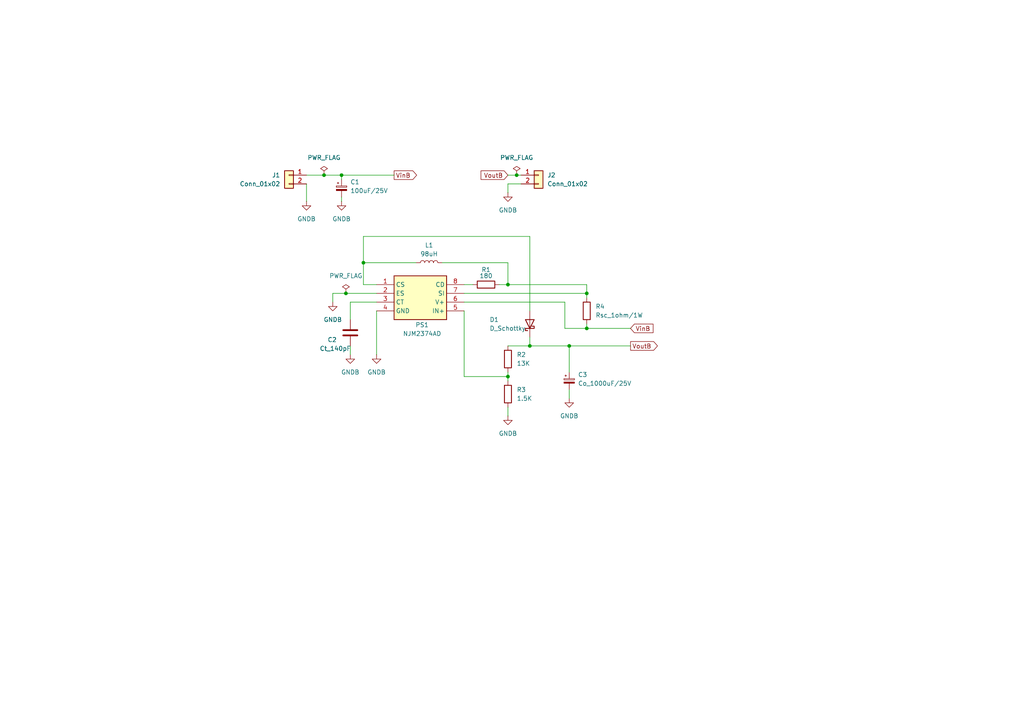
<source format=kicad_sch>
(kicad_sch (version 20231120) (generator "eeschema") (generator_version "8.0")
  (paper "A4")
  (lib_symbols
    (symbol "Connector_Generic:Conn_01x02" (pin_names (offset 1.016) hide)
      (property "Reference" "J" (at 0 2.54 0))
      (property "Value" "Conn_01x02" (at 0 -5.08 0))
      (symbol "Conn_01x02_1_1"
        (rectangle (start -1.27 -2.413) (end 0 -2.667) (stroke (width 0.1524)))
        (rectangle (start -1.27 0.127) (end 0 -0.127) (stroke (width 0.1524)))
        (rectangle (start -1.27 1.27) (end 1.27 -3.81) (stroke (width 0.254)) (fill (type background)))
        (pin passive line (at -5.08 0 0) (length 3.81) (name "Pin_1") (number "1"))
        (pin passive line (at -5.08 -2.54 0) (length 3.81) (name "Pin_2") (number "2"))
      )
    )
    (symbol "Device:C" (pin_numbers hide) (pin_names (offset 0.254))
      (property "Reference" "C" (at 0.635 2.54 0))
      (property "Value" "C" (at 0.635 -2.54 0))
      (symbol "C_0_1"
        (polyline (pts (xy -2.032 -0.762) (xy 2.032 -0.762)) (stroke (width 0.508)))
        (polyline (pts (xy -2.032 0.762) (xy 2.032 0.762)) (stroke (width 0.508)))
      )
      (symbol "C_1_1"
        (pin passive line (at 0 3.81 270) (length 2.794) (name "~") (number "1"))
        (pin passive line (at 0 -3.81 90) (length 2.794) (name "~") (number "2"))
      )
    )
    (symbol "Device:C_Polarized_Small" (pin_numbers hide) (pin_names (offset 0.254) hide)
      (property "Reference" "C" (at 0.254 1.778 0))
      (property "Value" "C_Polarized_Small" (at 0.254 -2.032 0))
      (symbol "C_Polarized_Small_0_1"
        (rectangle (start -1.524 -0.3048) (end 1.524 -0.6858) (fill (type outline)))
        (rectangle (start -1.524 0.6858) (end 1.524 0.3048))
        (polyline (pts (xy -1.27 1.524) (xy -0.762 1.524)))
        (polyline (pts (xy -1.016 1.27) (xy -1.016 1.778)))
      )
      (symbol "C_Polarized_Small_1_1"
        (pin passive line (at 0 2.54 270) (length 1.8542) (name "~") (number "1"))
        (pin passive line (at 0 -2.54 90) (length 1.8542) (name "~") (number "2"))
      )
    )
    (symbol "Device:D_Schottky" (pin_numbers hide) (pin_names (offset 1.016) hide)
      (property "Reference" "D" (at 0 2.54 0))
      (property "Value" "D_Schottky" (at 0 -2.54 0))
      (symbol "D_Schottky_0_1"
        (polyline (pts (xy 1.27 0) (xy -1.27 0)))
        (polyline (pts (xy 1.27 1.27) (xy 1.27 -1.27) (xy -1.27 0) (xy 1.27 1.27)) (stroke (width 0.254)))
        (polyline (pts (xy -1.905 0.635) (xy -1.905 1.27) (xy -1.27 1.27) (xy -1.27 -1.27) (xy -0.635 -1.27) (xy -0.635 -0.635)) (stroke (width 0.254)))
      )
      (symbol "D_Schottky_1_1"
        (pin passive line (at -3.81 0 0) (length 2.54) (name "K") (number "1"))
        (pin passive line (at 3.81 0 180) (length 2.54) (name "A") (number "2"))
      )
    )
    (symbol "Device:L" (pin_numbers hide) (pin_names (offset 1.016) hide)
      (property "Reference" "L" (at -1.27 0 90))
      (property "Value" "L" (at 1.905 0 90))
      (symbol "L_0_1"
        (arc (start 0 -2.54) (mid 0.6323 -1.905) (end 0 -1.27))
        (arc (start 0 -1.27) (mid 0.6323 -0.635) (end 0 0))
        (arc (start 0 0) (mid 0.6323 0.635) (end 0 1.27))
        (arc (start 0 1.27) (mid 0.6323 1.905) (end 0 2.54))
      )
      (symbol "L_1_1"
        (pin passive line (at 0 3.81 270) (length 1.27) (name "1") (number "1"))
        (pin passive line (at 0 -3.81 90) (length 1.27) (name "2") (number "2"))
      )
    )
    (symbol "Device:R" (pin_numbers hide) (pin_names (offset 0))
      (property "Reference" "R" (at 2.032 0 90))
      (property "Value" "R" (at 0 0 90))
      (symbol "R_0_1"
        (rectangle (start -1.016 -2.54) (end 1.016 2.54) (stroke (width 0.254)))
      )
      (symbol "R_1_1"
        (pin passive line (at 0 3.81 270) (length 1.27) (name "~") (number "1"))
        (pin passive line (at 0 -3.81 90) (length 1.27) (name "~") (number "2"))
      )
    )
    (symbol "SamacSys_Parts:NJM2374AD"
      (property "Reference" "PS" (at 21.59 7.62 0))
      (property "Value" "NJM2374AD" (at 21.59 5.08 0))
      (symbol "NJM2374AD_1_1"
        (rectangle (start 5.08 2.54) (end 20.32 -10.16) (stroke (width 0.254)) (fill (type background)))
        (pin passive line (at 0 0 0) (length 5.08) (name "CS") (number "1"))
        (pin passive line (at 0 -2.54 0) (length 5.08) (name "ES") (number "2"))
        (pin passive line (at 0 -5.08 0) (length 5.08) (name "CT") (number "3"))
        (pin power_in line (at 0 -7.62 0) (length 5.08) (name "GND") (number "4"))
        (pin passive line (at 25.4 -7.62 180) (length 5.08) (name "IN+") (number "5"))
        (pin power_in line (at 25.4 -5.08 180) (length 5.08) (name "V+") (number "6"))
        (pin passive line (at 25.4 -2.54 180) (length 5.08) (name "SI") (number "7"))
        (pin passive line (at 25.4 0 180) (length 5.08) (name "CD") (number "8"))
      )
    )
    (symbol "power:GND" (power) (pin_numbers hide) (pin_names (offset 0) hide)
      (property "Value" "GND" (at 0 -3.81 0))
      (symbol "GND_0_1"
        (polyline (pts (xy 0 0) (xy 0 -1.27) (xy 1.27 -1.27) (xy 0 -2.54) (xy -1.27 -1.27) (xy 0 -1.27)))
      )
      (symbol "GND_1_1"
        (pin power_in line (at 0 0 270) (length 0) (name "~") (number "1"))
      )
    )
    (symbol "power:PWR_FLAG" (power) (pin_numbers hide) (pin_names (offset 0) hide)
      (property "Value" "PWR_FLAG" (at 0 3.81 0))
      (symbol "PWR_FLAG_0_0"
        (pin power_out line (at 0 0 90) (length 0) (name "~") (number "1"))
      )
      (symbol "PWR_FLAG_0_1"
        (polyline (pts (xy 0 0) (xy 0 1.27) (xy -1.016 1.905) (xy 0 2.54) (xy 1.016 1.905) (xy 0 1.27)))
      )
    )
  )
  (junction (at 165.1 100.33))
  (junction (at 170.18 95.25))
  (junction (at 153.67 100.33))
  (junction (at 105.41 76.2))
  (junction (at 170.18 85.09))
  (junction (at 147.32 82.55))
  (junction (at 149.86 50.8))
  (junction (at 93.98 50.8))
  (junction (at 147.32 109.22))
  (junction (at 99.06 50.8))
  (junction (at 100.33 85.09))
  (wire (pts (xy 151.13 53.34) (xy 147.32 53.34)))
  (wire (pts (xy 147.32 118.11) (xy 147.32 120.65)))
  (wire (pts (xy 153.67 90.17) (xy 153.67 68.58)))
  (wire (pts (xy 147.32 109.22) (xy 147.32 110.49)))
  (wire (pts (xy 170.18 95.25) (xy 182.88 95.25)))
  (wire (pts (xy 144.78 82.55) (xy 147.32 82.55)))
  (wire (pts (xy 101.6 100.33) (xy 101.6 102.87)))
  (wire (pts (xy 134.62 109.22) (xy 147.32 109.22)))
  (wire (pts (xy 101.6 87.63) (xy 101.6 92.71)))
  (wire (pts (xy 105.41 82.55) (xy 109.22 82.55)))
  (wire (pts (xy 163.83 87.63) (xy 163.83 95.25)))
  (wire (pts (xy 88.9 50.8) (xy 93.98 50.8)))
  (wire (pts (xy 149.86 50.8) (xy 151.13 50.8)))
  (wire (pts (xy 134.62 87.63) (xy 163.83 87.63)))
  (wire (pts (xy 147.32 53.34) (xy 147.32 55.88)))
  (wire (pts (xy 109.22 85.09) (xy 100.33 85.09)))
  (wire (pts (xy 170.18 85.09) (xy 134.62 85.09)))
  (wire (pts (xy 153.67 97.79) (xy 153.67 100.33)))
  (wire (pts (xy 170.18 86.36) (xy 170.18 85.09)))
  (wire (pts (xy 88.9 53.34) (xy 88.9 58.42)))
  (wire (pts (xy 147.32 100.33) (xy 153.67 100.33)))
  (wire (pts (xy 93.98 50.8) (xy 99.06 50.8)))
  (wire (pts (xy 109.22 87.63) (xy 101.6 87.63)))
  (wire (pts (xy 137.16 82.55) (xy 134.62 82.55)))
  (wire (pts (xy 105.41 68.58) (xy 105.41 76.2)))
  (wire (pts (xy 147.32 50.8) (xy 149.86 50.8)))
  (wire (pts (xy 134.62 109.22) (xy 134.62 90.17)))
  (wire (pts (xy 147.32 107.95) (xy 147.32 109.22)))
  (wire (pts (xy 170.18 93.98) (xy 170.18 95.25)))
  (wire (pts (xy 128.27 76.2) (xy 147.32 76.2)))
  (wire (pts (xy 153.67 68.58) (xy 105.41 68.58)))
  (wire (pts (xy 170.18 82.55) (xy 147.32 82.55)))
  (wire (pts (xy 105.41 76.2) (xy 105.41 82.55)))
  (wire (pts (xy 100.33 85.09) (xy 96.52 85.09)))
  (wire (pts (xy 120.65 76.2) (xy 105.41 76.2)))
  (wire (pts (xy 165.1 100.33) (xy 165.1 107.95)))
  (wire (pts (xy 99.06 52.07) (xy 99.06 50.8)))
  (wire (pts (xy 109.22 90.17) (xy 109.22 102.87)))
  (wire (pts (xy 165.1 113.03) (xy 165.1 115.57)))
  (wire (pts (xy 153.67 100.33) (xy 165.1 100.33)))
  (wire (pts (xy 96.52 85.09) (xy 96.52 87.63)))
  (wire (pts (xy 165.1 100.33) (xy 182.88 100.33)))
  (wire (pts (xy 147.32 82.55) (xy 147.32 76.2)))
  (wire (pts (xy 170.18 85.09) (xy 170.18 82.55)))
  (wire (pts (xy 99.06 50.8) (xy 114.3 50.8)))
  (wire (pts (xy 163.83 95.25) (xy 170.18 95.25)))
  (wire (pts (xy 99.06 57.15) (xy 99.06 58.42)))
  (global_label "VoutB" (shape output) (at 182.88 100.33 0) (property "Intersheetrefs" "${INTERSHEET_REFS}" (effects (hide yes))))
  (global_label "VoutB" (shape input) (at 147.32 50.8 180) (property "Intersheetrefs" "${INTERSHEET_REFS}" (effects (hide yes))))
  (global_label "VinB" (shape input) (at 182.88 95.25 0) (property "Intersheetrefs" "${INTERSHEET_REFS}" (effects (hide yes))))
  (global_label "VinB" (shape output) (at 114.3 50.8 0) (property "Intersheetrefs" "${INTERSHEET_REFS}" (effects (hide yes))))
  (symbol (lib_id "power:GND") (at 147.32 55.88 0) (unit 1)
    (property "Reference" "#PWR06" (effects (hide yes)))
    (property "Value" "GNDB" (at 147.32 60.96 0))
    (property "Description" "Power symbol creates a global label with name \"GND\" , ground" (effects (hide yes)))
  )
  (symbol (lib_id "power:GND") (at 99.06 58.42 0) (unit 1)
    (property "Reference" "#PWR03" (effects (hide yes)))
    (property "Value" "GNDB" (at 99.06 63.5 0))
    (property "Description" "Power symbol creates a global label with name \"GND\" , ground" (effects (hide yes)))
  )
  (symbol (lib_id "Device:L") (at 124.46 76.2 90) (unit 1)
    (property "Reference" "L1" (at 124.46 71.12 90))
    (property "Value" "98uH" (at 124.46 73.66 90))
    (property "Footprint" "Inductor_THT:L_Radial_D9.5mm_P5.00mm_Fastron_07HVP" (effects (hide yes)))
    (property "Description" "Inductor" (effects (hide yes)))
  )
  (symbol (lib_id "power:GND") (at 109.22 102.87 0) (unit 1)
    (property "Reference" "#PWR05" (effects (hide yes)))
    (property "Value" "GNDB" (at 109.22 107.95 0))
    (property "Description" "Power symbol creates a global label with name \"GND\" , ground" (effects (hide yes)))
  )
  (symbol (lib_id "power:PWR_FLAG") (at 93.98 50.8 0) (unit 1)
    (property "Reference" "#FLG01" (effects (hide yes)))
    (property "Value" "PWR_FLAG" (at 93.98 45.72 0))
    (property "Description" "Special symbol for telling ERC where power comes from" (effects (hide yes)))
  )
  (symbol (lib_id "power:GND") (at 165.1 115.57 0) (unit 1)
    (property "Reference" "#PWR08" (effects (hide yes)))
    (property "Value" "GNDB" (at 165.1 120.65 0))
    (property "Description" "Power symbol creates a global label with name \"GND\" , ground" (effects (hide yes)))
  )
  (symbol (lib_id "power:GND") (at 96.52 87.63 0) (unit 1)
    (property "Reference" "#PWR02" (effects (hide yes)))
    (property "Value" "GNDB" (at 96.52 92.71 0))
    (property "Description" "Power symbol creates a global label with name \"GND\" , ground" (effects (hide yes)))
  )
  (symbol (lib_id "power:GND") (at 101.6 102.87 0) (unit 1)
    (property "Reference" "#PWR04" (effects (hide yes)))
    (property "Value" "GNDB" (at 101.6 107.95 0))
    (property "Description" "Power symbol creates a global label with name \"GND\" , ground" (effects (hide yes)))
  )
  (symbol (lib_id "SamacSys_Parts:NJM2374AD") (at 109.22 82.55 0) (unit 1)
    (property "Reference" "PS1" (at 122.428 94.234 0))
    (property "Value" "NJM2374AD" (at 122.428 96.774 0))
    (property "Footprint" "Package_DIP:DIP-8_W7.62mm_LongPads" (effects (hide yes)))
    (property "Datasheet" "https://componentsearchengine.com/Datasheets/1/NJM2374AD.pdf" (effects (hide yes)))
    (property "Description" "Switching Voltage Regulators PWM DC/DC" (effects (hide yes)))
    (property "Height" "4.25" (effects (hide yes)))
    (property "Manufacturer_Name" "New Japan Radio" (effects (hide yes)))
    (property "Manufacturer_Part_Number" "NJM2374AD" (effects (hide yes)))
    (property "Mouser Part Number" "513-NJM2374AD" (effects (hide yes)))
    (property "Mouser Price/Stock" "https://www.mouser.com/Search/Refine.aspx?Keyword=513-NJM2374AD" (effects (hide yes)))
  )
  (symbol (lib_id "Device:R") (at 147.32 104.14 0) (unit 1)
    (property "Reference" "R2" (at 149.86 102.8699 0) (effects (justify left)))
    (property "Value" "13K" (at 149.86 105.4099 0) (effects (justify left)))
    (property "Footprint" "Resistor_THT:R_Axial_DIN0207_L6.3mm_D2.5mm_P10.16mm_Horizontal" (effects (hide yes)))
    (property "Description" "Resistor" (effects (hide yes)))
  )
  (symbol (lib_id "Device:R") (at 170.18 90.17 0) (unit 1)
    (property "Reference" "R4" (at 172.72 88.8999 0) (effects (justify left)))
    (property "Value" "Rsc_1ohm/1W" (at 172.72 91.4399 0) (effects (justify left)))
    (property "Footprint" "Resistor_THT:R_Axial_DIN0309_L9.0mm_D3.2mm_P12.70mm_Horizontal" (effects (hide yes)))
    (property "Description" "Resistor" (effects (hide yes)))
  )
  (symbol (lib_id "Device:C_Polarized_Small") (at 165.1 110.49 0) (unit 1)
    (property "Reference" "C3" (at 167.64 108.6738 0) (effects (justify left)))
    (property "Value" "Co_1000uF/25V" (at 167.64 111.2138 0) (effects (justify left)))
    (property "Footprint" "Capacitor_THT:CP_Radial_D5.0mm_P2.50mm" (effects (hide yes)))
    (property "Description" "Polarized capacitor, small symbol" (effects (hide yes)))
  )
  (symbol (lib_id "Device:R") (at 140.97 82.55 90) (unit 1)
    (property "Reference" "R1" (at 140.97 78.232 90))
    (property "Value" "180" (at 140.97 80.01 90))
    (property "Footprint" "Resistor_THT:R_Axial_DIN0207_L6.3mm_D2.5mm_P10.16mm_Horizontal" (effects (hide yes)))
    (property "Description" "Resistor" (effects (hide yes)))
  )
  (symbol (lib_id "power:PWR_FLAG") (at 100.33 85.09 0) (unit 1)
    (property "Reference" "#FLG02" (effects (hide yes)))
    (property "Value" "PWR_FLAG" (at 100.33 80.01 0))
    (property "Description" "Special symbol for telling ERC where power comes from" (effects (hide yes)))
  )
  (symbol (lib_id "Device:C") (at 101.6 96.52 180) (unit 1)
    (property "Reference" "C2" (at 94.996 98.552 0) (effects (justify right)))
    (property "Value" "Ct_140pF" (at 92.71 101.092 0) (effects (justify right)))
    (property "Footprint" "Capacitor_THT:C_Disc_D7.5mm_W2.5mm_P5.00mm" (effects (hide yes)))
    (property "Description" "Unpolarized capacitor" (effects (hide yes)))
  )
  (symbol (lib_id "power:PWR_FLAG") (at 149.86 50.8 0) (unit 1)
    (property "Reference" "#FLG03" (effects (hide yes)))
    (property "Value" "PWR_FLAG" (at 149.86 45.72 0))
    (property "Description" "Special symbol for telling ERC where power comes from" (effects (hide yes)))
  )
  (symbol (lib_id "power:GND") (at 147.32 120.65 0) (unit 1)
    (property "Reference" "#PWR07" (effects (hide yes)))
    (property "Value" "GNDB" (at 147.32 125.73 0))
    (property "Description" "Power symbol creates a global label with name \"GND\" , ground" (effects (hide yes)))
  )
  (symbol (lib_id "Connector_Generic:Conn_01x02") (at 83.82 50.8 0) (mirror y) (unit 1)
    (property "Reference" "J1" (at 81.28 50.7999 0) (effects (justify left)))
    (property "Value" "Conn_01x02" (at 81.28 53.3399 0) (effects (justify left)))
    (property "Footprint" "Connector_PinHeader_2.54mm:PinHeader_1x02_P2.54mm_Vertical" (effects (hide yes)))
    (property "Description" "Generic connector, single row, 01x02, script generated (kicad-library-utils/schlib/autogen/connector/)" (effects (hide yes)))
  )
  (symbol (lib_id "Device:C_Polarized_Small") (at 99.06 54.61 0) (unit 1)
    (property "Reference" "C1" (at 101.6 52.7938 0) (effects (justify left)))
    (property "Value" "100uF/25V" (at 101.6 55.3338 0) (effects (justify left)))
    (property "Footprint" "Capacitor_THT:CP_Radial_D5.0mm_P2.50mm" (effects (hide yes)))
    (property "Description" "Polarized capacitor, small symbol" (effects (hide yes)))
  )
  (symbol (lib_id "power:GND") (at 88.9 58.42 0) (unit 1)
    (property "Reference" "#PWR01" (effects (hide yes)))
    (property "Value" "GNDB" (at 88.9 63.5 0))
    (property "Description" "Power symbol creates a global label with name \"GND\" , ground" (effects (hide yes)))
  )
  (symbol (lib_id "Device:R") (at 147.32 114.3 0) (unit 1)
    (property "Reference" "R3" (at 149.86 113.0299 0) (effects (justify left)))
    (property "Value" "1.5K" (at 149.86 115.5699 0) (effects (justify left)))
    (property "Footprint" "Resistor_THT:R_Axial_DIN0207_L6.3mm_D2.5mm_P10.16mm_Horizontal" (effects (hide yes)))
    (property "Description" "Resistor" (effects (hide yes)))
  )
  (symbol (lib_id "Connector_Generic:Conn_01x02") (at 156.21 50.8 0) (unit 1)
    (property "Reference" "J2" (at 158.75 50.7999 0) (effects (justify left)))
    (property "Value" "Conn_01x02" (at 158.75 53.3399 0) (effects (justify left)))
    (property "Footprint" "Connector_PinHeader_2.54mm:PinHeader_1x02_P2.54mm_Vertical" (effects (hide yes)))
    (property "Description" "Generic connector, single row, 01x02, script generated (kicad-library-utils/schlib/autogen/connector/)" (effects (hide yes)))
  )
  (symbol (lib_id "Device:D_Schottky") (at 153.67 93.98 90) (unit 1)
    (property "Reference" "D1" (at 141.986 92.71 90) (effects (justify right)))
    (property "Value" "D_Schottky" (at 141.986 95.25 90) (effects (justify right)))
    (property "Footprint" "Diode_THT:D_DO-41_SOD81_P7.62mm_Horizontal" (effects (hide yes)))
    (property "Description" "Schottky diode" (effects (hide yes)))
  )
)
</source>
